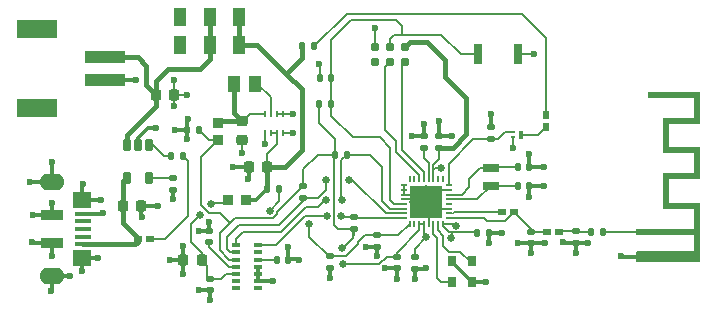
<source format=gtl>
%TF.GenerationSoftware,KiCad,Pcbnew,9.0.3*%
%TF.CreationDate,2025-09-07T06:19:24+02:00*%
%TF.ProjectId,LoTiBloxy,4c6f5469-426c-46f7-9879-2e6b69636164,rev?*%
%TF.SameCoordinates,Original*%
%TF.FileFunction,Copper,L1,Top*%
%TF.FilePolarity,Positive*%
%FSLAX46Y46*%
G04 Gerber Fmt 4.6, Leading zero omitted, Abs format (unit mm)*
G04 Created by KiCad (PCBNEW 9.0.3) date 2025-09-07 06:19:24*
%MOMM*%
%LPD*%
G01*
G04 APERTURE LIST*
G04 Aperture macros list*
%AMRoundRect*
0 Rectangle with rounded corners*
0 $1 Rounding radius*
0 $2 $3 $4 $5 $6 $7 $8 $9 X,Y pos of 4 corners*
0 Add a 4 corners polygon primitive as box body*
4,1,4,$2,$3,$4,$5,$6,$7,$8,$9,$2,$3,0*
0 Add four circle primitives for the rounded corners*
1,1,$1+$1,$2,$3*
1,1,$1+$1,$4,$5*
1,1,$1+$1,$6,$7*
1,1,$1+$1,$8,$9*
0 Add four rect primitives between the rounded corners*
20,1,$1+$1,$2,$3,$4,$5,0*
20,1,$1+$1,$4,$5,$6,$7,0*
20,1,$1+$1,$6,$7,$8,$9,0*
20,1,$1+$1,$8,$9,$2,$3,0*%
G04 Aperture macros list end*
%TA.AperFunction,EtchedComponent*%
%ADD10C,0.000000*%
%TD*%
%TA.AperFunction,ConnectorPad*%
%ADD11R,0.500000X0.500000*%
%TD*%
%TA.AperFunction,SMDPad,CuDef*%
%ADD12R,0.500000X0.900000*%
%TD*%
%TA.AperFunction,SMDPad,CuDef*%
%ADD13RoundRect,0.135000X-0.135000X-0.185000X0.135000X-0.185000X0.135000X0.185000X-0.135000X0.185000X0*%
%TD*%
%TA.AperFunction,SMDPad,CuDef*%
%ADD14R,0.939800X0.965200*%
%TD*%
%TA.AperFunction,SMDPad,CuDef*%
%ADD15RoundRect,0.140000X-0.170000X0.140000X-0.170000X-0.140000X0.170000X-0.140000X0.170000X0.140000X0*%
%TD*%
%TA.AperFunction,SMDPad,CuDef*%
%ADD16RoundRect,0.140000X0.140000X0.170000X-0.140000X0.170000X-0.140000X-0.170000X0.140000X-0.170000X0*%
%TD*%
%TA.AperFunction,SMDPad,CuDef*%
%ADD17RoundRect,0.225000X0.225000X0.250000X-0.225000X0.250000X-0.225000X-0.250000X0.225000X-0.250000X0*%
%TD*%
%TA.AperFunction,SMDPad,CuDef*%
%ADD18R,1.397000X0.698500*%
%TD*%
%TA.AperFunction,SMDPad,CuDef*%
%ADD19R,1.100000X1.420000*%
%TD*%
%TA.AperFunction,SMDPad,CuDef*%
%ADD20R,0.711200X0.558800*%
%TD*%
%TA.AperFunction,SMDPad,CuDef*%
%ADD21R,0.660400X0.609600*%
%TD*%
%TA.AperFunction,SMDPad,CuDef*%
%ADD22R,0.660400X0.399998*%
%TD*%
%TA.AperFunction,SMDPad,CuDef*%
%ADD23R,0.660400X0.400000*%
%TD*%
%TA.AperFunction,SMDPad,CuDef*%
%ADD24R,0.657700X0.400000*%
%TD*%
%TA.AperFunction,SMDPad,CuDef*%
%ADD25R,0.400000X0.250000*%
%TD*%
%TA.AperFunction,SMDPad,CuDef*%
%ADD26R,0.400000X0.700000*%
%TD*%
%TA.AperFunction,SMDPad,CuDef*%
%ADD27RoundRect,0.140000X-0.140000X-0.170000X0.140000X-0.170000X0.140000X0.170000X-0.140000X0.170000X0*%
%TD*%
%TA.AperFunction,SMDPad,CuDef*%
%ADD28RoundRect,0.150000X-0.150000X0.400000X-0.150000X-0.400000X0.150000X-0.400000X0.150000X0.400000X0*%
%TD*%
%TA.AperFunction,SMDPad,CuDef*%
%ADD29R,1.000000X1.600000*%
%TD*%
%TA.AperFunction,SMDPad,CuDef*%
%ADD30RoundRect,0.135000X-0.185000X0.135000X-0.185000X-0.135000X0.185000X-0.135000X0.185000X0.135000X0*%
%TD*%
%TA.AperFunction,SMDPad,CuDef*%
%ADD31RoundRect,0.225000X-0.250000X0.225000X-0.250000X-0.225000X0.250000X-0.225000X0.250000X0.225000X0*%
%TD*%
%TA.AperFunction,SMDPad,CuDef*%
%ADD32R,0.762000X0.965200*%
%TD*%
%TA.AperFunction,SMDPad,CuDef*%
%ADD33R,0.609600X0.660400*%
%TD*%
%TA.AperFunction,SMDPad,CuDef*%
%ADD34RoundRect,0.225000X-0.225000X-0.250000X0.225000X-0.250000X0.225000X0.250000X-0.225000X0.250000X0*%
%TD*%
%TA.AperFunction,ConnectorPad*%
%ADD35C,0.787400*%
%TD*%
%TA.AperFunction,SMDPad,CuDef*%
%ADD36R,0.253996X0.604900*%
%TD*%
%TA.AperFunction,SMDPad,CuDef*%
%ADD37R,0.254000X0.604900*%
%TD*%
%TA.AperFunction,SMDPad,CuDef*%
%ADD38RoundRect,0.140000X0.170000X-0.140000X0.170000X0.140000X-0.170000X0.140000X-0.170000X-0.140000X0*%
%TD*%
%TA.AperFunction,SMDPad,CuDef*%
%ADD39O,0.599999X0.200000*%
%TD*%
%TA.AperFunction,SMDPad,CuDef*%
%ADD40O,0.200000X0.599999*%
%TD*%
%TA.AperFunction,ComponentPad*%
%ADD41C,0.650000*%
%TD*%
%TA.AperFunction,SMDPad,CuDef*%
%ADD42R,2.799999X2.799999*%
%TD*%
%TA.AperFunction,SMDPad,CuDef*%
%ADD43R,1.371600X0.457200*%
%TD*%
%TA.AperFunction,SMDPad,CuDef*%
%ADD44R,1.371600X0.448601*%
%TD*%
%TA.AperFunction,SMDPad,CuDef*%
%ADD45R,1.371600X0.448600*%
%TD*%
%TA.AperFunction,SMDPad,CuDef*%
%ADD46R,1.371600X0.439998*%
%TD*%
%TA.AperFunction,ComponentPad*%
%ADD47O,2.108200X1.422400*%
%TD*%
%TA.AperFunction,SMDPad,CuDef*%
%ADD48R,1.549400X1.422400*%
%TD*%
%TA.AperFunction,SMDPad,CuDef*%
%ADD49R,1.905000X0.889000*%
%TD*%
%TA.AperFunction,SMDPad,CuDef*%
%ADD50RoundRect,0.135000X0.185000X-0.135000X0.185000X0.135000X-0.185000X0.135000X-0.185000X-0.135000X0*%
%TD*%
%TA.AperFunction,SMDPad,CuDef*%
%ADD51RoundRect,0.135000X0.135000X0.185000X-0.135000X0.185000X-0.135000X-0.185000X0.135000X-0.185000X0*%
%TD*%
%TA.AperFunction,SMDPad,CuDef*%
%ADD52R,0.800000X1.700000*%
%TD*%
%TA.AperFunction,SMDPad,CuDef*%
%ADD53R,0.965200X0.939800*%
%TD*%
%TA.AperFunction,SMDPad,CuDef*%
%ADD54R,3.505200X0.990600*%
%TD*%
%TA.AperFunction,SMDPad,CuDef*%
%ADD55R,3.403600X1.498600*%
%TD*%
%TA.AperFunction,ViaPad*%
%ADD56C,0.600000*%
%TD*%
%TA.AperFunction,ViaPad*%
%ADD57C,0.650000*%
%TD*%
%TA.AperFunction,Conductor*%
%ADD58C,0.350000*%
%TD*%
%TA.AperFunction,Conductor*%
%ADD59C,0.200000*%
%TD*%
%TA.AperFunction,Conductor*%
%ADD60C,0.400000*%
%TD*%
G04 APERTURE END LIST*
D10*
%TA.AperFunction,EtchedComponent*%
%TO.C,AE2*%
G36*
X137750000Y-92668196D02*
G01*
X135110000Y-92668196D01*
X135110000Y-94668196D01*
X137750000Y-94668196D01*
X137750000Y-97368196D01*
X135110000Y-97368196D01*
X135110000Y-99368196D01*
X137750000Y-99368196D01*
X137750000Y-104368196D01*
X132593215Y-104368196D01*
X132350000Y-104368196D01*
X132350000Y-103943352D01*
X132453957Y-103943352D01*
X132466065Y-103986015D01*
X132470419Y-103993927D01*
X132503203Y-104031870D01*
X132545605Y-104055938D01*
X132593215Y-104065779D01*
X132641622Y-104061043D01*
X132686416Y-104041381D01*
X132723186Y-104006441D01*
X132740092Y-103973549D01*
X132747982Y-103925463D01*
X132741408Y-103875878D01*
X132721313Y-103830568D01*
X132688643Y-103795308D01*
X132656417Y-103778414D01*
X132608158Y-103769974D01*
X132558632Y-103776505D01*
X132513447Y-103797064D01*
X132478213Y-103830707D01*
X132467600Y-103849318D01*
X132454700Y-103894833D01*
X132453957Y-103943352D01*
X132350000Y-103943352D01*
X132350000Y-103468196D01*
X137250000Y-103468196D01*
X137250000Y-102068196D01*
X132350000Y-102068196D01*
X132350000Y-101568196D01*
X137250000Y-101568196D01*
X137250000Y-99868196D01*
X134610000Y-99868196D01*
X134610000Y-96868196D01*
X137250000Y-96868196D01*
X137250000Y-95168196D01*
X134610000Y-95168196D01*
X134610000Y-92168196D01*
X137250000Y-92168196D01*
X137250000Y-90468196D01*
X133310000Y-90468196D01*
X133310000Y-89968196D01*
X137750000Y-89968196D01*
X137750000Y-92668196D01*
G37*
%TD.AperFunction*%
%TD*%
D11*
%TO.P,AE2,1,A*%
%TO.N,/MCU/FEED*%
X132600000Y-101818196D03*
D12*
%TO.P,AE2,2,Shield*%
%TO.N,GND*%
X132600000Y-103918196D03*
%TD*%
D13*
%TO.P,R1,1*%
%TO.N,/VDD_1V8*%
X106805000Y-95300000D03*
%TO.P,R1,2*%
%TO.N,/SDA*%
X107825000Y-95300000D03*
%TD*%
D14*
%TO.P,FB1,1*%
%TO.N,/PowerSection/VOS*%
X96910000Y-92575700D03*
%TO.P,FB1,2*%
%TO.N,/VDD_1V8*%
X96910000Y-94074300D03*
%TD*%
D15*
%TO.P,C21,1*%
%TO.N,/MCU/batCheck*%
X110388192Y-102120000D03*
%TO.P,C21,2*%
%TO.N,GND*%
X110388192Y-103080000D03*
%TD*%
D16*
%TO.P,C7,1*%
%TO.N,/VDD_1V8*%
X95280000Y-93200000D03*
%TO.P,C7,2*%
%TO.N,GND*%
X94320000Y-93200000D03*
%TD*%
D15*
%TO.P,C13,1*%
%TO.N,/VDD_1V8*%
X113600000Y-103970000D03*
%TO.P,C13,2*%
%TO.N,GND*%
X113600000Y-104930000D03*
%TD*%
D17*
%TO.P,C10,1*%
%TO.N,/VSYS*%
X101054200Y-96316800D03*
%TO.P,C10,2*%
%TO.N,GND*%
X99504200Y-96316800D03*
%TD*%
D18*
%TO.P,XTAL1,1,1*%
%TO.N,/MCU/x32_Q2*%
X120015000Y-96399350D03*
%TO.P,XTAL1,2,2*%
%TO.N,/MCU/x32_Q1*%
X120015000Y-97910650D03*
%TD*%
D19*
%TO.P,L1,1,1*%
%TO.N,/PowerSection/SW*%
X100035000Y-89300000D03*
%TO.P,L1,2,2*%
%TO.N,/PowerSection/VOS*%
X98265000Y-89300000D03*
%TD*%
D20*
%TO.P,L5,1,1*%
%TO.N,/MCU/RFP*%
X124769300Y-101818196D03*
%TO.P,L5,2,2*%
%TO.N,/MCU/AntsCaps*%
X125810700Y-101818196D03*
%TD*%
D21*
%TO.P,D1,1,K*%
%TO.N,Net-(D1-K)*%
X91180273Y-102404419D03*
%TO.P,D1,2,A*%
%TO.N,/PowerSection/VBUS*%
X90138873Y-102404419D03*
%TD*%
D13*
%TO.P,R9,1*%
%TO.N,/VSYS*%
X104036400Y-86106000D03*
%TO.P,R9,2*%
%TO.N,Net-(D2-A)*%
X105056400Y-86106000D03*
%TD*%
D15*
%TO.P,C5,1*%
%TO.N,/MCU/AntsCaps*%
X127240000Y-101788196D03*
%TO.P,C5,2*%
%TO.N,GND*%
X127240000Y-102748196D03*
%TD*%
D22*
%TO.P,U1,1,SDA*%
%TO.N,/SDA*%
X98425000Y-102975001D03*
D23*
%TO.P,U1,2,SCL*%
%TO.N,/SCL*%
X98425000Y-103575000D03*
D22*
%TO.P,U1,3,LDO_EN*%
%TO.N,/VDD_1V8*%
X98425000Y-104175001D03*
D23*
%TO.P,U1,4,VLDO*%
%TO.N,/sensor/VLDO*%
X98425000Y-104775000D03*
%TO.P,U1,5,VLED*%
%TO.N,/VLED*%
X98425000Y-105375000D03*
%TO.P,U1,6,NC*%
%TO.N,unconnected-(U1-NC-Pad6)*%
X98425000Y-105975000D03*
%TO.P,U1,7,NC*%
%TO.N,unconnected-(U1-NC-Pad7)*%
X98425000Y-106575000D03*
%TO.P,U1,8,NC*%
%TO.N,unconnected-(U1-NC-Pad8)*%
X100330000Y-106575000D03*
%TO.P,U1,9,PGND*%
%TO.N,GND*%
X100330000Y-105975000D03*
%TO.P,U1,10,GND_DIG*%
X100330000Y-105375000D03*
D24*
%TO.P,U1,11,GND_ANA*%
X100331350Y-104775000D03*
D22*
%TO.P,U1,12,VREF*%
%TO.N,/sensor/VREF*%
X100330000Y-104175001D03*
D23*
%TO.P,U1,13,GPIO*%
%TO.N,unconnected-(U1-GPIO-Pad13)*%
X100330000Y-103575000D03*
D22*
%TO.P,U1,14,INTB*%
%TO.N,/INTB*%
X100330000Y-102975001D03*
%TD*%
D20*
%TO.P,L4,1,1*%
%TO.N,/MCU/RFN*%
X120919300Y-100118196D03*
%TO.P,L4,2,2*%
%TO.N,/MCU/RFP*%
X121960700Y-100118196D03*
%TD*%
D25*
%TO.P,Q1,1,G*%
%TO.N,/MCU/statusCtrl*%
X121900000Y-93375001D03*
D26*
%TO.P,Q1,2,D*%
%TO.N,Net-(D2-K)*%
X122600000Y-93600000D03*
D25*
%TO.P,Q1,3,S*%
%TO.N,GND*%
X121900000Y-93824999D03*
%TD*%
D27*
%TO.P,C15,1*%
%TO.N,/MCU/x32_Q2*%
X122285000Y-96355000D03*
%TO.P,C15,2*%
%TO.N,GND*%
X123245000Y-96355000D03*
%TD*%
%TO.P,C6,1*%
%TO.N,/MCU/AntsCaps*%
X128510000Y-101838196D03*
%TO.P,C6,2*%
%TO.N,/MCU/FEED*%
X129470000Y-101838196D03*
%TD*%
D28*
%TO.P,U4,1,STAT*%
%TO.N,/PowerSection/STAT*%
X91075000Y-94450000D03*
%TO.P,U4,2,VSS*%
%TO.N,GND*%
X90125000Y-94450000D03*
%TO.P,U4,3,VBAT*%
%TO.N,/PowerSection/VBAT*%
X89175000Y-94450000D03*
%TO.P,U4,4,VDD*%
%TO.N,/PowerSection/VBUS*%
X89175000Y-97250000D03*
%TO.P,U4,5,PROG*%
%TO.N,/PowerSection/PROG*%
X91075000Y-97250000D03*
%TD*%
D29*
%TO.P,S3,1,1*%
%TO.N,/VSYS*%
X98700000Y-86000000D03*
%TO.P,S3,1.1,1*%
X98700000Y-83600000D03*
%TO.P,S3,2,2*%
%TO.N,/PowerSection/VBAT*%
X96200000Y-86000000D03*
%TO.P,S3,2.1,2*%
X96200000Y-83600000D03*
%TO.P,S3,3,3*%
%TO.N,unconnected-(S3-Pad3)*%
X93700000Y-86000000D03*
%TO.P,S3,3.1,3*%
%TO.N,unconnected-(S3-3-Pad3.1)*%
X93700000Y-83600000D03*
%TD*%
D17*
%TO.P,C2,1*%
%TO.N,/VLED*%
X95525000Y-104250000D03*
%TO.P,C2,2*%
%TO.N,GND*%
X93975000Y-104250000D03*
%TD*%
D16*
%TO.P,C19,1*%
%TO.N,/MCU/nRESET*%
X106480000Y-88800000D03*
%TO.P,C19,2*%
%TO.N,GND*%
X105520000Y-88800000D03*
%TD*%
D30*
%TO.P,R7,1*%
%TO.N,/MCU/batCheck*%
X106400000Y-103890000D03*
%TO.P,R7,2*%
%TO.N,GND*%
X106400000Y-104910000D03*
%TD*%
D13*
%TO.P,R4,1*%
%TO.N,/VDD_1V8*%
X105490000Y-91000000D03*
%TO.P,R4,2*%
%TO.N,/MCU/nRESET*%
X106510000Y-91000000D03*
%TD*%
D31*
%TO.P,C11,1*%
%TO.N,/PowerSection/VOS*%
X98960000Y-92475000D03*
%TO.P,C11,2*%
%TO.N,GND*%
X98960000Y-94025000D03*
%TD*%
D15*
%TO.P,C20,1*%
%TO.N,/VLED*%
X96274700Y-105811600D03*
%TO.P,C20,2*%
%TO.N,GND*%
X96274700Y-106771600D03*
%TD*%
D32*
%TO.P,XTAL2,1,1*%
%TO.N,/MCU/x24_P*%
X118450001Y-104297401D03*
%TO.P,XTAL2,2,2*%
%TO.N,GND*%
X116749999Y-104297401D03*
%TO.P,XTAL2,3,3*%
%TO.N,/MCU/x24_N*%
X116749999Y-106050001D03*
%TO.P,XTAL2,4,4*%
%TO.N,GND*%
X118450001Y-106050001D03*
%TD*%
D33*
%TO.P,D2,1,K*%
%TO.N,Net-(D2-K)*%
X124690000Y-92943196D03*
%TO.P,D2,2,A*%
%TO.N,Net-(D2-A)*%
X124690000Y-91901796D03*
%TD*%
D34*
%TO.P,C18,1*%
%TO.N,/PowerSection/VBAT*%
X91625000Y-90200000D03*
%TO.P,C18,2*%
%TO.N,GND*%
X93175000Y-90200000D03*
%TD*%
D35*
%TO.P,J1,1,VCC*%
%TO.N,/VDD_1V8*%
X112730000Y-86165000D03*
%TO.P,J1,2,SWDIO*%
%TO.N,/MCU/TMS*%
X112730000Y-87435000D03*
%TO.P,J1,3,~{RESET}*%
%TO.N,/MCU/nRESET*%
X111460000Y-86165000D03*
%TO.P,J1,4,SWCLK*%
%TO.N,/MCU/TCK*%
X111460000Y-87435000D03*
%TO.P,J1,5,GND*%
%TO.N,GND*%
X110190000Y-86165000D03*
%TO.P,J1,6,SWO*%
%TO.N,unconnected-(J1-SWO-Pad6)*%
X110190000Y-87435000D03*
%TD*%
D36*
%TO.P,U3,1,GND*%
%TO.N,GND*%
X100900001Y-93452450D03*
D37*
%TO.P,U3,2,VIN*%
%TO.N,/VSYS*%
X101400000Y-93452450D03*
%TO.P,U3,3,MODE*%
X101900000Y-93452450D03*
D36*
%TO.P,U3,4,EN*%
%TO.N,GND*%
X102399999Y-93452450D03*
D37*
%TO.P,U3,5,VSET*%
X102400001Y-91847550D03*
%TO.P,U3,6,STOP*%
X101900000Y-91847550D03*
%TO.P,U3,7,SW*%
%TO.N,/PowerSection/SW*%
X101400000Y-91847550D03*
D36*
%TO.P,U3,8,VOS*%
%TO.N,/PowerSection/VOS*%
X100900001Y-91847550D03*
%TD*%
D30*
%TO.P,R6,1*%
%TO.N,/PowerSection/PROG*%
X93088873Y-97269419D03*
%TO.P,R6,2*%
%TO.N,GND*%
X93088873Y-98289419D03*
%TD*%
D38*
%TO.P,C8,1*%
%TO.N,/VDD_1V8*%
X115640000Y-94698196D03*
%TO.P,C8,2*%
%TO.N,GND*%
X115640000Y-93738196D03*
%TD*%
D30*
%TO.P,R2,1*%
%TO.N,/VDD_1V8*%
X104140000Y-97915000D03*
%TO.P,R2,2*%
%TO.N,/SCL*%
X104140000Y-98935000D03*
%TD*%
D34*
%TO.P,C12,1*%
%TO.N,/PowerSection/VBUS*%
X88875000Y-99650000D03*
%TO.P,C12,2*%
%TO.N,GND*%
X90425000Y-99650000D03*
%TD*%
D38*
%TO.P,C1,1*%
%TO.N,/sensor/VLDO*%
X96174700Y-102691600D03*
%TO.P,C1,2*%
%TO.N,GND*%
X96174700Y-101731600D03*
%TD*%
D39*
%TO.P,U2,1,RF_P*%
%TO.N,/MCU/RFP*%
X116439999Y-100668198D03*
%TO.P,U2,2,RF_N*%
%TO.N,/MCU/RFN*%
X116439999Y-100268197D03*
%TO.P,U2,3,VSS*%
%TO.N,GND*%
X116439999Y-99868197D03*
%TO.P,U2,4,RX_TX*%
%TO.N,unconnected-(U2-RX_TX-Pad4)*%
X116439999Y-99468198D03*
%TO.P,U2,5,X32K_Q1*%
%TO.N,/MCU/x32_Q1*%
X116439999Y-99068196D03*
%TO.P,U2,6,X32K_Q2*%
%TO.N,/MCU/x32_Q2*%
X116439999Y-98668197D03*
%TO.P,U2,7,VSS*%
%TO.N,GND*%
X116439999Y-98268198D03*
%TO.P,U2,8,DIO_0*%
%TO.N,/MCU/statusCtrl*%
X116439999Y-97868196D03*
D40*
%TO.P,U2,9,DIO_1*%
%TO.N,unconnected-(U2-DIO_1-Pad9)*%
X115940000Y-97368197D03*
%TO.P,U2,10,DIO_2*%
%TO.N,unconnected-(U2-DIO_2-Pad10)*%
X115539998Y-97368197D03*
%TO.P,U2,11,VDDS2*%
%TO.N,/VDD_1V8*%
X115139999Y-97368197D03*
%TO.P,U2,12,DCOUPL*%
%TO.N,/MCU/DCOUPL*%
X114740000Y-97368197D03*
%TO.P,U2,13,JTAG_TMSC*%
%TO.N,/MCU/TMS*%
X114339998Y-97368197D03*
%TO.P,U2,14,JTAG_TCKC*%
%TO.N,/MCU/TCK*%
X113939999Y-97368197D03*
%TO.P,U2,15,DIO_3*%
%TO.N,unconnected-(U2-DIO_3-Pad15)*%
X113539999Y-97368197D03*
%TO.P,U2,16,DIO_4*%
%TO.N,unconnected-(U2-DIO_4-Pad16)*%
X113139998Y-97368197D03*
D39*
%TO.P,U2,17,VSS*%
%TO.N,GND*%
X112640001Y-97868196D03*
%TO.P,U2,18,DCDC_SW*%
X112640001Y-98268198D03*
%TO.P,U2,19,VDDS_DCDC*%
X112640001Y-98668197D03*
%TO.P,U2,20,VSS*%
X112640001Y-99068196D03*
%TO.P,U2,21,RESET_N*%
%TO.N,/MCU/nRESET*%
X112640001Y-99468198D03*
%TO.P,U2,22,DIO_5*%
%TO.N,/SDA*%
X112640001Y-99868197D03*
%TO.P,U2,23,DIO_6*%
%TO.N,/SCL*%
X112640001Y-100268197D03*
%TO.P,U2,24,DIO_7*%
%TO.N,/INTB*%
X112640001Y-100668198D03*
D40*
%TO.P,U2,25,DIO_8*%
%TO.N,/MCU/batCheck*%
X113139998Y-101168195D03*
%TO.P,U2,26,DIO_9*%
%TO.N,unconnected-(U2-DIO_9-Pad26)*%
X113539999Y-101168195D03*
%TO.P,U2,27,VDDS*%
%TO.N,/VDD_1V8*%
X113939999Y-101168195D03*
%TO.P,U2,28,VDDR*%
X114339998Y-101168195D03*
%TO.P,U2,29,VSS*%
%TO.N,GND*%
X114740000Y-101168195D03*
%TO.P,U2,30,X24M_N*%
%TO.N,/MCU/x24_N*%
X115139999Y-101168195D03*
%TO.P,U2,31,X24M_P*%
%TO.N,/MCU/x24_P*%
X115539998Y-101168195D03*
%TO.P,U2,32,VDDR_RF*%
%TO.N,/VDD_1V8*%
X115940000Y-101168195D03*
D41*
%TO.P,U2,33,EGP*%
%TO.N,GND*%
X115565000Y-99268196D03*
X114540000Y-100318196D03*
X114540000Y-98218196D03*
X114539997Y-99268196D03*
D42*
X114539997Y-99268196D03*
D41*
X113465000Y-99268196D03*
%TD*%
D15*
%TO.P,C9,1*%
%TO.N,/VDD_1V8*%
X112065000Y-103938196D03*
%TO.P,C9,2*%
%TO.N,GND*%
X112065000Y-104898196D03*
%TD*%
D43*
%TO.P,J3,1,VBUS*%
%TO.N,/PowerSection/VBUS*%
X85493500Y-102875000D03*
D44*
%TO.P,J3,2,D-*%
%TO.N,unconnected-(J3-D--Pad2)*%
X85493500Y-102220699D03*
D45*
%TO.P,J3,3,D+*%
%TO.N,unconnected-(J3-D+-Pad3)*%
X85493500Y-101570700D03*
D46*
%TO.P,J3,4,ID*%
%TO.N,unconnected-(J3-ID-Pad4)*%
X85493500Y-100925001D03*
D43*
%TO.P,J3,5,GND*%
%TO.N,GND*%
X85493500Y-100275000D03*
D47*
%TO.P,J3,6,Shield*%
X82829299Y-97625000D03*
D48*
X85404600Y-99112501D03*
D49*
X82829299Y-100387500D03*
X82829299Y-102762500D03*
D48*
X85404600Y-104037499D03*
D47*
X82829299Y-105525000D03*
%TD*%
D27*
%TO.P,C14,1*%
%TO.N,/VDD_1V8*%
X118885000Y-101918196D03*
%TO.P,C14,2*%
%TO.N,GND*%
X119845000Y-101918196D03*
%TD*%
%TO.P,C3,1*%
%TO.N,/sensor/VREF*%
X101920000Y-104200000D03*
%TO.P,C3,2*%
%TO.N,GND*%
X102880000Y-104200000D03*
%TD*%
%TO.P,C16,1*%
%TO.N,/MCU/x32_Q1*%
X122285000Y-97955000D03*
%TO.P,C16,2*%
%TO.N,GND*%
X123245000Y-97955000D03*
%TD*%
D50*
%TO.P,R10,1*%
%TO.N,/MCU/statusCtrl*%
X120000000Y-93968197D03*
%TO.P,R10,2*%
%TO.N,GND*%
X120000000Y-92948197D03*
%TD*%
%TO.P,R3,1*%
%TO.N,/VDD_1V8*%
X108407200Y-101551200D03*
%TO.P,R3,2*%
%TO.N,/INTB*%
X108407200Y-100531200D03*
%TD*%
D13*
%TO.P,R8,1*%
%TO.N,/VSYS*%
X101039200Y-98196400D03*
%TO.P,R8,2*%
%TO.N,/MCU/batCheck*%
X102059200Y-98196400D03*
%TD*%
D15*
%TO.P,C4,1*%
%TO.N,/MCU/RFP*%
X123390000Y-101838196D03*
%TO.P,C4,2*%
%TO.N,GND*%
X123390000Y-102798196D03*
%TD*%
D51*
%TO.P,R5,1*%
%TO.N,Net-(D1-K)*%
X93973873Y-95379419D03*
%TO.P,R5,2*%
%TO.N,/PowerSection/STAT*%
X92953873Y-95379419D03*
%TD*%
D52*
%TO.P,S1,1*%
%TO.N,/MCU/nRESET*%
X118900000Y-86800000D03*
%TO.P,S1,2*%
%TO.N,GND*%
X122300000Y-86800000D03*
%TD*%
D53*
%TO.P,FB2,1*%
%TO.N,/VSYS*%
X99299300Y-99100000D03*
%TO.P,FB2,2*%
%TO.N,/VLED*%
X97800700Y-99100000D03*
%TD*%
D38*
%TO.P,C17,1*%
%TO.N,/MCU/DCOUPL*%
X114340000Y-94698196D03*
%TO.P,C17,2*%
%TO.N,GND*%
X114340000Y-93738196D03*
%TD*%
D54*
%TO.P,J2,1,1*%
%TO.N,/PowerSection/VBAT*%
X87355300Y-86999999D03*
%TO.P,J2,2,2*%
%TO.N,GND*%
X87355300Y-89000001D03*
D55*
%TO.P,J2,3*%
%TO.N,N/C*%
X81605299Y-84649999D03*
%TO.P,J2,4*%
X81605299Y-91350001D03*
%TD*%
D56*
%TO.N,GND*%
X96174700Y-100975300D03*
X95325000Y-101750000D03*
X92850000Y-104250000D03*
X84375000Y-105525000D03*
X124495000Y-97955000D03*
X85450000Y-97750000D03*
X87050000Y-99100000D03*
X120000000Y-91875000D03*
X91650000Y-93000000D03*
X96250000Y-107600000D03*
X95321600Y-106771600D03*
X113300000Y-93738196D03*
X106400000Y-105750000D03*
X126150000Y-102725000D03*
X114525000Y-104925000D03*
X120950000Y-101900000D03*
X131075000Y-103900000D03*
X111060735Y-104909137D03*
X98166800Y-96316800D03*
X103775000Y-104200000D03*
X115640000Y-92410000D03*
X82850000Y-95950000D03*
X123700000Y-86800000D03*
X124500000Y-96300000D03*
X100875000Y-94350000D03*
X93200000Y-91200000D03*
X90450000Y-100600000D03*
X116700000Y-93700000D03*
X102880000Y-103105000D03*
X93175000Y-88975000D03*
X123250000Y-95200000D03*
X94300000Y-94000000D03*
X114350000Y-92700000D03*
X99475000Y-97325000D03*
X119585000Y-106050001D03*
X119845000Y-102795000D03*
X124600000Y-102800000D03*
X90000000Y-88975000D03*
X93250000Y-93200000D03*
X98960000Y-95140000D03*
X81225000Y-100375000D03*
X112050000Y-105850000D03*
X82850000Y-103850000D03*
X128250000Y-102800000D03*
X93088873Y-99038873D03*
X87200000Y-100250000D03*
X93975000Y-105374400D03*
X82800000Y-106825000D03*
X82850000Y-99400000D03*
X105475000Y-87600000D03*
X123245000Y-98895000D03*
X110375000Y-103896400D03*
X81200000Y-102700000D03*
X86732618Y-104056948D03*
X94350000Y-92250000D03*
X110175000Y-84575000D03*
X127250000Y-103650000D03*
X122301804Y-102798196D03*
X121900000Y-94700000D03*
X91850000Y-99650000D03*
X103250000Y-91850000D03*
X123390000Y-103640000D03*
X101600000Y-106000000D03*
X85400000Y-105150000D03*
X93975000Y-102991294D03*
X94300000Y-90200000D03*
X103250000Y-93475000D03*
X113600000Y-105850000D03*
X109480000Y-103080000D03*
X81000000Y-97600000D03*
D57*
%TO.N,/VLED*%
X95376600Y-100406600D03*
X96331902Y-99451298D03*
%TO.N,/VDD_1V8*%
X117043200Y-101295200D03*
X114550000Y-102300000D03*
X116659018Y-102379509D03*
X107500000Y-104565000D03*
X115800000Y-96450000D03*
X107450000Y-103215000D03*
%TO.N,/MCU/batCheck*%
X104650000Y-101200000D03*
X101281475Y-100025000D03*
%TO.N,/SDA*%
X106100000Y-99100000D03*
X107430000Y-99100000D03*
%TO.N,/SCL*%
X106050000Y-97400000D03*
X107975000Y-97400000D03*
%TO.N,/INTB*%
X106104000Y-100500000D03*
X107354000Y-100500000D03*
%TD*%
D58*
%TO.N,GND*%
X96200000Y-100950000D02*
X96174700Y-100975300D01*
X96174700Y-101731600D02*
X96174700Y-100975300D01*
X95343400Y-101731600D02*
X95325000Y-101750000D01*
X96174700Y-101731600D02*
X95343400Y-101731600D01*
D59*
%TO.N,/VLED*%
X95525000Y-103620640D02*
X95525000Y-104250000D01*
X94600000Y-102695640D02*
X95525000Y-103620640D01*
X95376600Y-100406600D02*
X94600000Y-101183200D01*
X94600000Y-101183200D02*
X94600000Y-102695640D01*
%TO.N,/MCU/x24_P*%
X118215599Y-104297401D02*
X118450001Y-104297401D01*
X117431999Y-103513801D02*
X118215599Y-104297401D01*
X116000000Y-103000000D02*
X116513801Y-103513801D01*
X116513801Y-103513801D02*
X117431999Y-103513801D01*
X115539998Y-101689998D02*
X116000000Y-102150000D01*
X116000000Y-102150000D02*
X116000000Y-103000000D01*
X115539998Y-101168195D02*
X115539998Y-101689998D01*
%TO.N,/VDD_1V8*%
X116450000Y-101850000D02*
X115940000Y-101340000D01*
X115940000Y-101340000D02*
X115940000Y-101168195D01*
X118885000Y-101918196D02*
X118816804Y-101850000D01*
X118816804Y-101850000D02*
X116450000Y-101850000D01*
%TO.N,/MCU/x24_N*%
X115444600Y-105715505D02*
X115779096Y-106050001D01*
X115484800Y-104097000D02*
X115444600Y-104137200D01*
X115139999Y-101989999D02*
X115484800Y-102334800D01*
X115779096Y-106050001D02*
X116749999Y-106050001D01*
X115139999Y-101168195D02*
X115139999Y-101989999D01*
X115484800Y-102334800D02*
X115484800Y-104097000D01*
X115444600Y-104137200D02*
X115444600Y-105715505D01*
%TO.N,/VDD_1V8*%
X113600000Y-103250000D02*
X114550000Y-102300000D01*
X113600000Y-103970000D02*
X113600000Y-103250000D01*
X114550000Y-102110002D02*
X114339998Y-101900000D01*
X114550000Y-102300000D02*
X114550000Y-102110002D01*
X114339998Y-101900000D02*
X114339998Y-101168195D01*
X113939999Y-101710001D02*
X113939999Y-101168195D01*
X112065000Y-103585000D02*
X113939999Y-101710001D01*
X112065000Y-103938196D02*
X112065000Y-103585000D01*
%TO.N,/MCU/FEED*%
X129490000Y-101818196D02*
X129470000Y-101838196D01*
X132600000Y-101818196D02*
X129490000Y-101818196D01*
%TO.N,/sensor/VLDO*%
X96174700Y-103085501D02*
X97864199Y-104775000D01*
X97864199Y-104775000D02*
X98425000Y-104775000D01*
X96174700Y-102691600D02*
X96174700Y-103085501D01*
D58*
%TO.N,GND*%
X118450001Y-106050001D02*
X119585000Y-106050001D01*
X82829299Y-105525000D02*
X84375000Y-105525000D01*
X90425000Y-99650000D02*
X91850000Y-99650000D01*
X123390000Y-102798196D02*
X124598196Y-102798196D01*
D59*
X100900001Y-93452450D02*
X100900001Y-94324999D01*
D58*
X112065000Y-105835000D02*
X112050000Y-105850000D01*
X103740000Y-104165000D02*
X103775000Y-104200000D01*
D59*
X113939998Y-98668197D02*
X114539997Y-99268196D01*
D58*
X101625000Y-105975000D02*
X101600000Y-106000000D01*
X90125000Y-94450000D02*
X90125000Y-93900001D01*
X109450000Y-103050000D02*
X109480000Y-103080000D01*
D59*
X93175000Y-90200000D02*
X94300000Y-90200000D01*
D58*
X95321600Y-106771600D02*
X95300000Y-106750000D01*
X119845000Y-101918196D02*
X119845000Y-102795000D01*
X82829299Y-99420701D02*
X82850000Y-99400000D01*
X114520000Y-104930000D02*
X114525000Y-104925000D01*
X100331350Y-104775000D02*
X100331350Y-105373650D01*
X91025001Y-93000000D02*
X91650000Y-93000000D01*
X123250000Y-98900000D02*
X123245000Y-98895000D01*
D59*
X112640001Y-98268198D02*
X112640001Y-98668197D01*
D58*
X120000000Y-91850000D02*
X120000000Y-91875000D01*
X82829299Y-97625000D02*
X81025000Y-97625000D01*
X113600000Y-105850000D02*
X113600000Y-104930000D01*
X123390000Y-102798196D02*
X123390000Y-103640000D01*
X87175000Y-100275000D02*
X87200000Y-100250000D01*
X124598196Y-102798196D02*
X124600000Y-102800000D01*
D59*
X102399999Y-93452450D02*
X103227450Y-93452450D01*
D58*
X106400000Y-104910000D02*
X106400000Y-105750000D01*
X94320000Y-92280000D02*
X94350000Y-92250000D01*
X85404600Y-99112501D02*
X85404600Y-97795400D01*
D59*
X103227450Y-93452450D02*
X103250000Y-93475000D01*
D58*
X120931804Y-101918196D02*
X120950000Y-101900000D01*
X93966600Y-104241600D02*
X93975000Y-104250000D01*
X96274700Y-106771600D02*
X96274700Y-107575300D01*
X128198196Y-102748196D02*
X128250000Y-102800000D01*
X90125000Y-93900001D02*
X91025001Y-93000000D01*
X116749999Y-104297401D02*
X116749999Y-104349999D01*
D59*
X116439999Y-99868197D02*
X115139998Y-99868197D01*
D58*
X131075000Y-103900000D02*
X131093196Y-103918196D01*
D59*
X112640001Y-97868196D02*
X112640001Y-98268198D01*
X110190000Y-86165000D02*
X110190000Y-84590000D01*
D58*
X99504200Y-97295800D02*
X99475000Y-97325000D01*
X123245000Y-97955000D02*
X124495000Y-97955000D01*
X94320000Y-93980000D02*
X94300000Y-94000000D01*
X90425000Y-100575000D02*
X90450000Y-100600000D01*
X82829299Y-106795701D02*
X82800000Y-106825000D01*
D59*
X116439999Y-98268198D02*
X114590002Y-98268198D01*
D58*
X94320000Y-93200000D02*
X94320000Y-92280000D01*
X87355300Y-89000001D02*
X89974999Y-89000001D01*
X100330000Y-105375000D02*
X100330000Y-105975000D01*
X86739566Y-104050000D02*
X86732618Y-104056948D01*
X102880000Y-104165000D02*
X103740000Y-104165000D01*
D59*
X112640001Y-99068196D02*
X113265000Y-99068196D01*
D58*
X85404600Y-97795400D02*
X85450000Y-97750000D01*
X85404600Y-105145400D02*
X85400000Y-105150000D01*
X127240000Y-102748196D02*
X126173196Y-102748196D01*
X85404600Y-104037499D02*
X85404600Y-105145400D01*
X93975000Y-102991294D02*
X93975000Y-104250000D01*
X110388192Y-103080000D02*
X109480000Y-103080000D01*
D59*
X105520000Y-87645000D02*
X105475000Y-87600000D01*
D58*
X86737499Y-104037499D02*
X86750000Y-104050000D01*
D59*
X98950000Y-95150000D02*
X98960000Y-95140000D01*
X121900000Y-93824999D02*
X121900000Y-94700000D01*
D58*
X122300000Y-102800000D02*
X122301804Y-102798196D01*
X82829299Y-100387500D02*
X81237500Y-100387500D01*
X127240000Y-102748196D02*
X128198196Y-102748196D01*
X82829299Y-100387500D02*
X82829299Y-99420701D01*
X85404600Y-104037499D02*
X86737499Y-104037499D01*
X81262500Y-102762500D02*
X81200000Y-102700000D01*
X123245000Y-96355000D02*
X123245000Y-95205000D01*
D59*
X110190000Y-84590000D02*
X110175000Y-84575000D01*
D58*
X85404600Y-99112501D02*
X87037499Y-99112501D01*
D59*
X112640001Y-98668197D02*
X113939998Y-98668197D01*
D58*
X124500000Y-97950000D02*
X124495000Y-97955000D01*
X127240000Y-102748196D02*
X127240000Y-103640000D01*
X93100000Y-99050000D02*
X93088873Y-99038873D01*
X110388192Y-103883208D02*
X110375000Y-103896400D01*
D59*
X102400001Y-91847550D02*
X103247550Y-91847550D01*
D58*
X99504200Y-96316800D02*
X98166800Y-96316800D01*
X123245000Y-97955000D02*
X123245000Y-98895000D01*
X94320000Y-93200000D02*
X93250000Y-93200000D01*
X89974999Y-89000001D02*
X90000000Y-88975000D01*
X115650000Y-92400000D02*
X115640000Y-92410000D01*
D59*
X115139998Y-99868197D02*
X114539997Y-99268196D01*
D58*
X123245000Y-95205000D02*
X123250000Y-95200000D01*
D59*
X98960000Y-94025000D02*
X98960000Y-95140000D01*
D58*
X99504200Y-96316800D02*
X99504200Y-97295800D01*
X93300000Y-104250000D02*
X93308400Y-104241600D01*
D59*
X93175000Y-91175000D02*
X93200000Y-91200000D01*
D58*
X96274700Y-107575300D02*
X96250000Y-107600000D01*
X111301804Y-104898196D02*
X112065000Y-104898196D01*
X114340000Y-92710000D02*
X114350000Y-92700000D01*
D59*
X93175000Y-90200000D02*
X93175000Y-88975000D01*
D58*
X111060735Y-104909137D02*
X111290863Y-104909137D01*
X81025000Y-97625000D02*
X81000000Y-97600000D01*
X92850000Y-104250000D02*
X93300000Y-104250000D01*
D59*
X113265000Y-99068196D02*
X113465000Y-99268196D01*
D58*
X93308400Y-104241600D02*
X93966600Y-104241600D01*
X120000000Y-92948197D02*
X120000000Y-91850000D01*
D59*
X114740000Y-101168195D02*
X114740000Y-100518196D01*
X101900000Y-91847550D02*
X102400001Y-91847550D01*
D58*
X115640000Y-93738196D02*
X115640000Y-92410000D01*
X96274700Y-106771600D02*
X95321600Y-106771600D01*
X131093196Y-103918196D02*
X132600000Y-103918196D01*
D59*
X100900001Y-94324999D02*
X100875000Y-94350000D01*
D58*
X123390000Y-102798196D02*
X122301804Y-102798196D01*
X100330000Y-105975000D02*
X101625000Y-105975000D01*
X82829299Y-97625000D02*
X82829299Y-95970701D01*
X86750000Y-104050000D02*
X86739566Y-104050000D01*
X82850000Y-103850000D02*
X82829299Y-103829299D01*
D59*
X103247550Y-91847550D02*
X103250000Y-91850000D01*
D58*
X98150000Y-96300000D02*
X98166800Y-96316800D01*
X90425000Y-99650000D02*
X90425000Y-100575000D01*
D59*
X122300000Y-86800000D02*
X123700000Y-86800000D01*
D58*
X93088873Y-98289419D02*
X93088873Y-99038873D01*
D59*
X93175000Y-90200000D02*
X93175000Y-91175000D01*
D58*
X123400000Y-103650000D02*
X123390000Y-103640000D01*
X82829299Y-102762500D02*
X81262500Y-102762500D01*
X114340000Y-93738196D02*
X113300000Y-93738196D01*
X126173196Y-102748196D02*
X126150000Y-102725000D01*
D59*
X114590002Y-98268198D02*
X114540000Y-98218196D01*
D58*
X123245000Y-96355000D02*
X124445000Y-96355000D01*
X81237500Y-100387500D02*
X81225000Y-100375000D01*
X114340000Y-93738196D02*
X114340000Y-92710000D01*
X115640000Y-93738196D02*
X116661804Y-93738196D01*
X82829299Y-95970701D02*
X82850000Y-95950000D01*
X94320000Y-93200000D02*
X94320000Y-93980000D01*
X102880000Y-104165000D02*
X102880000Y-103105000D01*
X124445000Y-96355000D02*
X124500000Y-96300000D01*
X84400000Y-105550000D02*
X84375000Y-105525000D01*
D59*
X105520000Y-88800000D02*
X105520000Y-87645000D01*
D58*
X116749999Y-104349999D02*
X118450001Y-106050001D01*
X82829299Y-105525000D02*
X82829299Y-106795701D01*
X87037499Y-99112501D02*
X87050000Y-99100000D01*
X127240000Y-103640000D02*
X127250000Y-103650000D01*
X112065000Y-104898196D02*
X112065000Y-105835000D01*
X119850000Y-102800000D02*
X119845000Y-102795000D01*
X93975000Y-105374400D02*
X93975000Y-104250000D01*
X100331350Y-105373650D02*
X100330000Y-105375000D01*
X82829299Y-103829299D02*
X82829299Y-102762500D01*
X113600000Y-104930000D02*
X114520000Y-104930000D01*
X116661804Y-93738196D02*
X116700000Y-93700000D01*
X119845000Y-101918196D02*
X120931804Y-101918196D01*
X111290863Y-104909137D02*
X111301804Y-104898196D01*
X85493500Y-100275000D02*
X87175000Y-100275000D01*
D59*
X114740000Y-100518196D02*
X114540000Y-100318196D01*
D58*
X110388192Y-103080000D02*
X110388192Y-103883208D01*
D59*
%TO.N,/VLED*%
X96331902Y-99451298D02*
X96363200Y-99420000D01*
X97147100Y-105811600D02*
X97583701Y-105374999D01*
X96024700Y-104749700D02*
X96024700Y-105561600D01*
X95525000Y-104250000D02*
X96024700Y-104749700D01*
X97480700Y-99420000D02*
X97800700Y-99100000D01*
X96024700Y-105561600D02*
X96274700Y-105811600D01*
X96274700Y-105811600D02*
X97147100Y-105811600D01*
X97583701Y-105374999D02*
X98425000Y-105374999D01*
X96363200Y-99420000D02*
X97480700Y-99420000D01*
%TO.N,/sensor/VREF*%
X101895001Y-104175001D02*
X101920000Y-104200000D01*
X100330000Y-104175001D02*
X101895001Y-104175001D01*
%TO.N,/MCU/RFP*%
X116439999Y-100668198D02*
X119465002Y-100668198D01*
X119715000Y-100918196D02*
X121190000Y-100918196D01*
X121960700Y-100147496D02*
X121960700Y-100118196D01*
X121190000Y-100918196D02*
X121960700Y-100147496D01*
X124769300Y-101818196D02*
X123410000Y-101818196D01*
X123390000Y-101838196D02*
X123390000Y-101547496D01*
X123410000Y-101818196D02*
X123390000Y-101838196D01*
X119465002Y-100668198D02*
X119715000Y-100918196D01*
X123390000Y-101547496D02*
X121960700Y-100118196D01*
%TO.N,/MCU/AntsCaps*%
X127240000Y-101788196D02*
X125840700Y-101788196D01*
X128510000Y-101838196D02*
X127290000Y-101838196D01*
X125840700Y-101788196D02*
X125810700Y-101818196D01*
X127290000Y-101838196D02*
X127240000Y-101788196D01*
%TO.N,/VDD_1V8*%
X105500000Y-92650000D02*
X106805000Y-93955000D01*
X115965405Y-101193600D02*
X115940000Y-101168195D01*
X104140000Y-97915000D02*
X104140000Y-96510000D01*
X108356400Y-102343600D02*
X108356400Y-101602000D01*
X98425000Y-104175001D02*
X97864201Y-104175001D01*
X96176009Y-100250000D02*
X97200000Y-100250000D01*
X105490000Y-91000000D02*
X105500000Y-91010000D01*
X96910000Y-94074300D02*
X95453200Y-95531100D01*
X117043200Y-101295200D02*
X116941600Y-101193600D01*
X115139999Y-96143197D02*
X115640000Y-95643196D01*
X116941600Y-101193600D02*
X115965405Y-101193600D01*
X108356400Y-101602000D02*
X108407200Y-101551200D01*
X110574943Y-104546400D02*
X111183147Y-103938196D01*
D60*
X117950000Y-93550000D02*
X117950000Y-90496520D01*
D59*
X105500000Y-91010000D02*
X105500000Y-92650000D01*
X116659018Y-102379509D02*
X116750000Y-102288527D01*
X106805000Y-93955000D02*
X106805000Y-95300000D01*
X115139999Y-97368197D02*
X115139999Y-96620000D01*
X107500000Y-104565000D02*
X107518600Y-104546400D01*
X98350000Y-100650000D02*
X101541773Y-100650000D01*
D60*
X116801804Y-94698196D02*
X117950000Y-93550000D01*
D59*
X95453200Y-95531100D02*
X95453200Y-99527191D01*
X115640000Y-95643196D02*
X115640000Y-94698196D01*
X97200000Y-100250000D02*
X97200000Y-100300000D01*
X115309999Y-96450000D02*
X115139999Y-96620000D01*
X107450000Y-103215000D02*
X107485000Y-103215000D01*
X96910000Y-94074300D02*
X96154300Y-94074300D01*
X101907475Y-100284298D02*
X101907475Y-100147525D01*
X96154300Y-94074300D02*
X95280000Y-93200000D01*
X111183147Y-103938196D02*
X112065000Y-103938196D01*
X113939999Y-101168195D02*
X114339998Y-101168195D01*
X106729000Y-95376000D02*
X106729000Y-101229000D01*
X105350000Y-95300000D02*
X106805000Y-95300000D01*
X101907475Y-100147525D02*
X104140000Y-97915000D01*
X104140000Y-96510000D02*
X105350000Y-95300000D01*
X97442600Y-101557400D02*
X97950000Y-101050000D01*
X101541773Y-100650000D02*
X101907475Y-100284298D01*
D60*
X116150000Y-88696520D02*
X116150000Y-87255000D01*
X116150000Y-87255000D02*
X114630000Y-85735000D01*
X113160000Y-85735000D02*
X112730000Y-86165000D01*
D59*
X97864201Y-104175001D02*
X97078800Y-103389600D01*
X115139999Y-96620000D02*
X115139999Y-96143197D01*
X97078800Y-101921200D02*
X97442600Y-101557400D01*
D60*
X115640000Y-94698196D02*
X116801804Y-94698196D01*
D59*
X97078800Y-103389600D02*
X97078800Y-101921200D01*
X108407200Y-101551200D02*
X108407200Y-102102800D01*
X107051200Y-101551200D02*
X108407200Y-101551200D01*
X108407200Y-102102800D02*
X108400000Y-102110000D01*
X116750000Y-102288527D02*
X116750000Y-101918196D01*
X97950000Y-101050000D02*
X98350000Y-100650000D01*
D60*
X117950000Y-90496520D02*
X116150000Y-88696520D01*
D59*
X107518600Y-104546400D02*
X110574943Y-104546400D01*
X97200000Y-100300000D02*
X97950000Y-101050000D01*
X106805000Y-95300000D02*
X106729000Y-95376000D01*
X107485000Y-103215000D02*
X108356400Y-102343600D01*
X115800000Y-96450000D02*
X115309999Y-96450000D01*
D60*
X114630000Y-85735000D02*
X113160000Y-85735000D01*
D59*
X95453200Y-99527191D02*
X96176009Y-100250000D01*
X106729000Y-101229000D02*
X107051200Y-101551200D01*
D60*
%TO.N,/VSYS*%
X98700000Y-86000000D02*
X98806000Y-86106000D01*
X101054200Y-97125800D02*
X101054200Y-96316800D01*
X101039200Y-98196400D02*
X101039200Y-97140800D01*
X101039200Y-97140800D02*
X101054200Y-97125800D01*
X102685000Y-88435000D02*
X104036400Y-87083600D01*
D59*
X101900000Y-93452450D02*
X101900000Y-94350000D01*
D60*
X98700000Y-86000000D02*
X100250000Y-86000000D01*
X101010600Y-98225000D02*
X101039200Y-98196400D01*
X101054200Y-96316800D02*
X101257400Y-96113600D01*
X102685000Y-88435000D02*
X104000000Y-89750000D01*
X101054200Y-96316800D02*
X102616000Y-96316800D01*
X101257400Y-96520000D02*
X101054200Y-96316800D01*
D59*
X101900000Y-94350000D02*
X101054200Y-95195800D01*
D58*
X100135600Y-99100000D02*
X101039200Y-98196400D01*
D59*
X101900000Y-93452450D02*
X101400000Y-93452450D01*
D60*
X104000000Y-89750000D02*
X104000000Y-94860000D01*
D59*
X101054200Y-95195800D02*
X101054200Y-96316800D01*
D60*
X104036400Y-87083600D02*
X104036400Y-86106000D01*
X100250000Y-86000000D02*
X102685000Y-88435000D01*
X104000000Y-94860000D02*
X104036400Y-94896400D01*
D58*
X99299300Y-99100000D02*
X100135600Y-99100000D01*
D60*
X98700000Y-86000000D02*
X98700000Y-83600000D01*
X102616000Y-96316800D02*
X104036400Y-94896400D01*
%TO.N,/PowerSection/VOS*%
X97010700Y-92475000D02*
X96910000Y-92575700D01*
X98250000Y-89315000D02*
X98250000Y-91765000D01*
D59*
X100900001Y-91847550D02*
X99587450Y-91847550D01*
D60*
X98250000Y-91765000D02*
X98960000Y-92475000D01*
D59*
X99587450Y-91847550D02*
X98960000Y-92475000D01*
D60*
X98960000Y-92475000D02*
X97010700Y-92475000D01*
X98265000Y-89300000D02*
X98250000Y-89315000D01*
%TO.N,/PowerSection/VBUS*%
X89909546Y-102875000D02*
X90138873Y-102645673D01*
X88850000Y-101100000D02*
X88850000Y-99675000D01*
X88875000Y-99650000D02*
X88875000Y-97550000D01*
X90138873Y-102645673D02*
X90138873Y-102404419D01*
X90138873Y-102388873D02*
X88850000Y-101100000D01*
X88875000Y-97550000D02*
X89175000Y-97250000D01*
X88850000Y-99675000D02*
X88875000Y-99650000D01*
X90138873Y-102404419D02*
X90138873Y-102388873D01*
X85493500Y-102875000D02*
X89909546Y-102875000D01*
D59*
%TO.N,/MCU/x32_Q2*%
X118190000Y-97325850D02*
X118190000Y-98018196D01*
X119116500Y-96399350D02*
X118190000Y-97325850D01*
X120015000Y-96399350D02*
X119116500Y-96399350D01*
X122285000Y-96355000D02*
X120059350Y-96355000D01*
X118190000Y-98018196D02*
X117539999Y-98668197D01*
X117539999Y-98668197D02*
X116439999Y-98668197D01*
X120059350Y-96355000D02*
X120015000Y-96399350D01*
%TO.N,/MCU/x32_Q1*%
X116439999Y-99068196D02*
X118857454Y-99068196D01*
X118857454Y-99068196D02*
X120015000Y-97910650D01*
X120015000Y-97910650D02*
X122240650Y-97910650D01*
X122240650Y-97910650D02*
X122285000Y-97955000D01*
%TO.N,/MCU/DCOUPL*%
X114340000Y-95568196D02*
X114740000Y-95968196D01*
X114340000Y-94698196D02*
X114340000Y-95568196D01*
X114740000Y-95968196D02*
X114740000Y-97368197D01*
D60*
%TO.N,/PowerSection/VBAT*%
X96200000Y-86000000D02*
X96200000Y-83600000D01*
X96200000Y-86000000D02*
X96200000Y-87200000D01*
X91625000Y-89075000D02*
X91625000Y-90200000D01*
X96200000Y-87200000D02*
X95350000Y-88050000D01*
X95350000Y-88050000D02*
X92650000Y-88050000D01*
X92650000Y-88050000D02*
X91625000Y-89075000D01*
X91625000Y-90200000D02*
X91700000Y-90275000D01*
X91700000Y-91150000D02*
X89195000Y-93655000D01*
X89195000Y-93655000D02*
X89195000Y-94430000D01*
X91700000Y-90275000D02*
X91700000Y-91150000D01*
X91625000Y-90200000D02*
X90850000Y-89425000D01*
X90099999Y-86999999D02*
X87355300Y-86999999D01*
X89195000Y-94430000D02*
X89175000Y-94450000D01*
X90850000Y-87750000D02*
X90099999Y-86999999D01*
X90850000Y-89425000D02*
X90850000Y-87750000D01*
D59*
%TO.N,/MCU/nRESET*%
X106480000Y-85570000D02*
X108200000Y-83850000D01*
X106510000Y-91981200D02*
X108356400Y-93827600D01*
X110642400Y-93827600D02*
X111506000Y-94691200D01*
X106510000Y-91000000D02*
X106480000Y-90970000D01*
X112505000Y-85185000D02*
X115835000Y-85185000D01*
X111460000Y-85505000D02*
X111780000Y-85185000D01*
X117450000Y-86800000D02*
X118900000Y-86800000D01*
X108356400Y-93827600D02*
X110642400Y-93827600D01*
X112500000Y-84400000D02*
X112500000Y-85180000D01*
X106480000Y-90970000D02*
X106480000Y-88800000D01*
X111780000Y-85185000D02*
X112505000Y-85185000D01*
X108200000Y-83850000D02*
X111950000Y-83850000D01*
X106480000Y-88800000D02*
X106480000Y-85570000D01*
X106510000Y-91000000D02*
X106510000Y-91981200D01*
X111506000Y-94691200D02*
X111506000Y-99161600D01*
X111460000Y-86165000D02*
X111460000Y-85505000D01*
X111950000Y-83850000D02*
X112500000Y-84400000D01*
X111812598Y-99468198D02*
X112640001Y-99468198D01*
X115835000Y-85185000D02*
X117450000Y-86800000D01*
X111506000Y-99161600D02*
X111812598Y-99468198D01*
X112500000Y-85180000D02*
X112505000Y-85185000D01*
%TO.N,/MCU/batCheck*%
X113139998Y-101168195D02*
X112188192Y-102120000D01*
X106290000Y-103890000D02*
X106400000Y-103890000D01*
X104650000Y-102250000D02*
X106290000Y-103890000D01*
X108800000Y-102850000D02*
X108800000Y-102650000D01*
X106400000Y-103890000D02*
X106523600Y-103890000D01*
X109330000Y-102120000D02*
X110388192Y-102120000D01*
X101281475Y-100025000D02*
X102059200Y-99247275D01*
X102059200Y-99247275D02*
X102059200Y-98196400D01*
X104650000Y-101200000D02*
X104650000Y-102250000D01*
X108800000Y-102650000D02*
X109330000Y-102120000D01*
X106523600Y-103890000D02*
X106553600Y-103920000D01*
X112188192Y-102120000D02*
X110388192Y-102120000D01*
X106400000Y-103890000D02*
X107760000Y-103890000D01*
X107760000Y-103890000D02*
X108800000Y-102850000D01*
%TO.N,Net-(D1-K)*%
X94388873Y-95794419D02*
X93973873Y-95379419D01*
X94388873Y-100461127D02*
X94388873Y-95794419D01*
X91180273Y-102404419D02*
X92445581Y-102404419D01*
X92445581Y-102404419D02*
X94388873Y-100461127D01*
%TO.N,Net-(D2-A)*%
X124690000Y-91901796D02*
X124690000Y-85390000D01*
X107812400Y-83350000D02*
X105056400Y-86106000D01*
X124690000Y-85390000D02*
X122650000Y-83350000D01*
X122650000Y-83350000D02*
X107812400Y-83350000D01*
%TO.N,Net-(D2-K)*%
X124033196Y-93600000D02*
X124690000Y-92943196D01*
X122600000Y-93600000D02*
X124033196Y-93600000D01*
%TO.N,/MCU/TCK*%
X113939999Y-97001097D02*
X112000000Y-95061098D01*
X111050000Y-87845000D02*
X111460000Y-87435000D01*
X111050000Y-93200000D02*
X111050000Y-87845000D01*
X113939999Y-97368197D02*
X113939999Y-97001097D01*
X112000000Y-94150000D02*
X111050000Y-93200000D01*
X112000000Y-95061098D02*
X112000000Y-94150000D01*
%TO.N,/MCU/TMS*%
X114339998Y-96768194D02*
X112500000Y-94928196D01*
X112500000Y-87665000D02*
X112730000Y-87435000D01*
X112500000Y-94928196D02*
X112500000Y-87665000D01*
X114339998Y-97368197D02*
X114339998Y-96768194D01*
%TO.N,/PowerSection/SW*%
X101400000Y-90450000D02*
X100250000Y-89300000D01*
X101400000Y-91847550D02*
X101400000Y-90450000D01*
X100250000Y-89300000D02*
X100035000Y-89300000D01*
%TO.N,/MCU/RFN*%
X120919300Y-100118196D02*
X116957100Y-100118196D01*
X116957100Y-100118196D02*
X116807098Y-100268198D01*
%TO.N,/MCU/statusCtrl*%
X118537998Y-93968197D02*
X116439999Y-96066196D01*
X120631803Y-93968197D02*
X121224999Y-93375001D01*
X116439999Y-96066196D02*
X116439999Y-97868196D01*
X121224999Y-93375001D02*
X121900000Y-93375001D01*
X120000000Y-93968197D02*
X120631803Y-93968197D01*
X118537998Y-93968197D02*
X120000000Y-93968197D01*
%TO.N,/SDA*%
X111468197Y-99868197D02*
X110800000Y-99200000D01*
X98425000Y-102425000D02*
X98425000Y-102975001D01*
X106000000Y-99100000D02*
X105379600Y-99720400D01*
X112640001Y-99868197D02*
X111468197Y-99868197D01*
X105379600Y-99720400D02*
X104343200Y-99720400D01*
X106100000Y-99100000D02*
X106000000Y-99100000D01*
X110800000Y-99200000D02*
X110800000Y-96350000D01*
X109750000Y-95300000D02*
X107825000Y-95300000D01*
X102263600Y-101800000D02*
X99050000Y-101800000D01*
X107350000Y-99020000D02*
X107350000Y-95775000D01*
X104343200Y-99720400D02*
X102263600Y-101800000D01*
X107430000Y-99100000D02*
X107350000Y-99020000D01*
X110800000Y-96350000D02*
X109750000Y-95300000D01*
X107350000Y-95775000D02*
X107825000Y-95300000D01*
X99050000Y-101800000D02*
X98425000Y-102425000D01*
%TO.N,/SCL*%
X97650000Y-103310801D02*
X97650000Y-102250000D01*
X98655600Y-101244400D02*
X102105600Y-101244400D01*
X97914199Y-103575000D02*
X97650000Y-103310801D01*
X106050000Y-98260569D02*
X105375569Y-98935000D01*
X106050000Y-97400000D02*
X106050000Y-98260569D01*
X104140000Y-99210000D02*
X104140000Y-98935000D01*
X102105600Y-101244400D02*
X104140000Y-99210000D01*
X107975000Y-97400000D02*
X108271200Y-97400000D01*
X111139397Y-100268197D02*
X112640001Y-100268197D01*
X97650000Y-102250000D02*
X98655600Y-101244400D01*
X105375569Y-98935000D02*
X104140000Y-98935000D01*
X98425000Y-103575000D02*
X97914199Y-103575000D01*
X108271200Y-97400000D02*
X111139397Y-100268197D01*
%TO.N,/INTB*%
X108407200Y-100531200D02*
X108544198Y-100668198D01*
X101824999Y-102975001D02*
X100330000Y-102975001D01*
X106104000Y-100500000D02*
X104300000Y-100500000D01*
X107354000Y-100500000D02*
X107385200Y-100531200D01*
X104300000Y-100500000D02*
X101824999Y-102975001D01*
X108544198Y-100668198D02*
X112640001Y-100668198D01*
X107385200Y-100531200D02*
X108407200Y-100531200D01*
%TO.N,/PowerSection/STAT*%
X91075000Y-94450000D02*
X91445000Y-94450000D01*
X92374419Y-95379419D02*
X92953873Y-95379419D01*
X91445000Y-94450000D02*
X92374419Y-95379419D01*
%TO.N,/PowerSection/PROG*%
X91464419Y-97269419D02*
X93088873Y-97269419D01*
X91445000Y-97250000D02*
X91464419Y-97269419D01*
X91075000Y-97250000D02*
X91445000Y-97250000D01*
%TD*%
M02*

</source>
